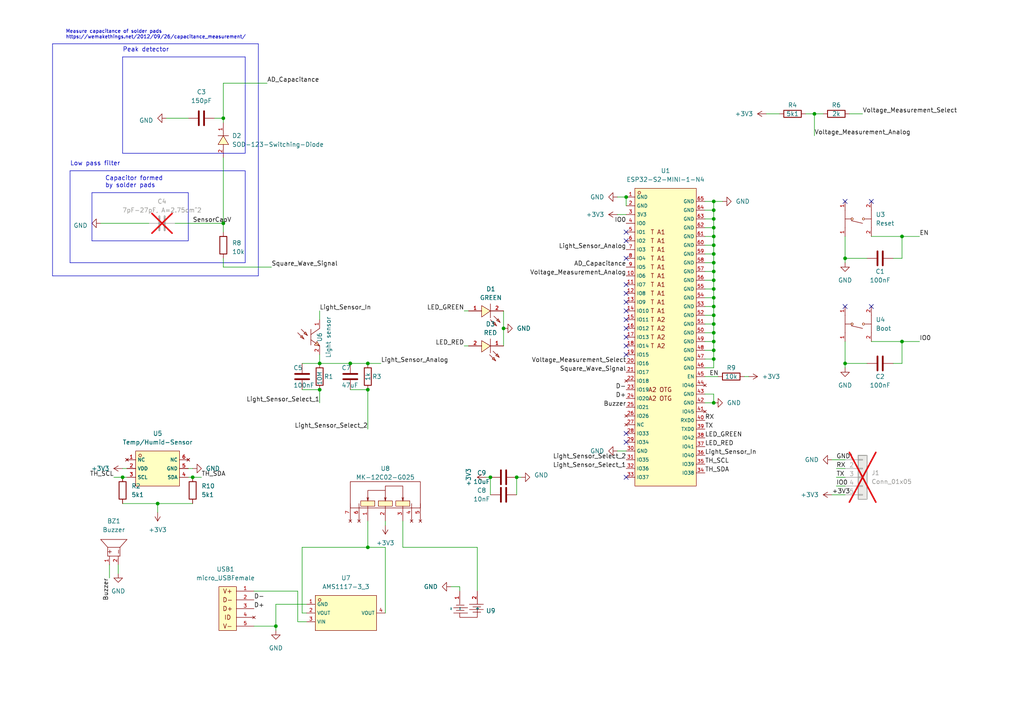
<source format=kicad_sch>
(kicad_sch (version 20230121) (generator eeschema)
  (paper "A4")
  (title_block (title "ES-Plant") (date "2023-05-12") (rev "1.0"))
  (lib_symbols
    (symbol "Connector_Generic:Conn_01x05" (pin_names (offset 1.016) hide)
      (property "Reference" "J1" (at 2.54 1.27 0))
      (property "Value" "Conn_01x05" (at 2.54 -1.27 0))
      (symbol "Conn_01x05_1_1"
        (rectangle (start -1.27 -4.953) (end 0 -5.207) (stroke (width 0.1524)))
        (rectangle (start -1.27 -2.413) (end 0 -2.667) (stroke (width 0.1524)))
        (rectangle (start -1.27 0.127) (end 0 -0.127) (stroke (width 0.1524)))
        (rectangle (start -1.27 2.667) (end 0 2.413) (stroke (width 0.1524)))
        (rectangle (start -1.27 5.207) (end 0 4.953) (stroke (width 0.1524)))
        (rectangle (start -1.27 6.35) (end 1.27 -6.35) (stroke (width 0.254)) (fill (type background)))
        (pin power_in line (at -5.08 5.08 0) (length 3.81) (name "Pin_1") (number "1"))
        (pin passive line (at -5.08 2.54 0) (length 3.81) (name "Pin_2") (number "2"))
        (pin passive line (at -5.08 0 0) (length 3.81) (name "Pin_3") (number "3"))
        (pin passive line (at -5.08 -2.54 0) (length 3.81) (name "Pin_4") (number "4"))
        (pin power_in line (at -5.08 -5.08 0) (length 3.81) (name "Pin_5") (number "5"))
      )
    )
    (symbol "Custom_Parts:AAA_Battery-Spring"
      (property "Reference" "U9" (at 0.635 7.62 90))
      (property "Value" "~" (at 0 -2.54 0))
      (symbol "AAA_Battery-Spring_0_1"
        (polyline (pts (xy -1.27 2.794) (xy -1.27 6.858)))
        (polyline (pts (xy -1.016 1.27) (xy -1.016 -1.016)))
        (polyline (pts (xy -0.508 3.81) (xy -0.508 6.096)))
        (polyline (pts (xy -0.254 2.286) (xy -0.254 -1.778)))
        (polyline (pts (xy 0.254 2.794) (xy 0.254 6.858)))
        (polyline (pts (xy 0.508 1.27) (xy 0.508 -1.016)))
        (polyline (pts (xy 1.016 3.81) (xy 1.016 6.096)))
        (polyline (pts (xy 1.27 2.286) (xy 1.27 -1.778)))
        (polyline (pts (xy 1.27 0) (xy 2.54 0) (xy 2.54 5.08) (xy 0 5.08)))
      )
      (symbol "AAA_Battery-Spring_1_1"
        (pin power_in line (at -5.08 0 0) (length 3.81) (name "-") (number "1"))
        (pin power_out line (at -5.08 5.08 0) (length 3.81) (name "+") (number "2"))
      )
    )
    (symbol "Custom_Parts:AHT21"
      (property "Reference" "U" (at 0 1.27 0))
      (property "Value" "AHT21" (at 0 -2.54 0))
      (symbol "AHT21_0_1"
        (rectangle (start -6.35 5.08) (end 6.35 -5.08) (fill (type background)))
        (circle (center -5.08 3.81) (radius 0.381) (fill (type background)))
      )
      (symbol "AHT21_1_1"
        (pin no_connect line (at -8.89 2.54 0) (length 2.54) (name "NC") (number "1"))
        (pin power_in line (at -8.89 0 0) (length 2.54) (name "VDD") (number "2"))
        (pin bidirectional line (at -8.89 -2.54 0) (length 2.54) (name "SCL") (number "3"))
        (pin bidirectional line (at 8.89 -2.54 180) (length 2.54) (name "SDA") (number "4"))
        (pin power_in line (at 8.89 0 180) (length 2.54) (name "GND") (number "5"))
        (pin no_connect line (at 8.89 2.54 180) (length 2.54) (name "NC") (number "6"))
      )
    )
    (symbol "Custom_Parts:ALS-PT19-315C_L177_TR8" (pin_names hide)
      (property "Reference" "U" (at 1.27 0 0))
      (property "Value" "ALS-PT19-315C_L177_TR8" (at 0 10.16 0))
      (symbol "ALS-PT19-315C_L177_TR8_0_1"
        (polyline (pts (xy -5.08 1.27) (xy -3.302 -0.508)))
        (polyline (pts (xy -4.064 2.286) (xy -2.286 0.508)))
        (polyline (pts (xy -1.27 -0.762) (xy 1.27 -2.54)))
        (polyline (pts (xy -1.27 2.286) (xy -1.27 -2.286)))
        (polyline (pts (xy 1.27 2.54) (xy -1.27 0.762)))
        (polyline (pts (xy -3.302 -0.508) (xy -3.81 0.508) (xy -4.318 0) (xy -3.302 -0.508)) (fill (type background)))
        (polyline (pts (xy -2.286 0.508) (xy -2.794 1.524) (xy -3.302 1.016) (xy -2.286 0.508)) (fill (type background)))
        (polyline (pts (xy 1.27 -2.54) (xy 0.508 -1.27) (xy -0.254 -2.286) (xy 1.27 -2.54)) (fill (type background)))
      )
      (symbol "ALS-PT19-315C_L177_TR8_1_1"
        (pin passive line (at 1.27 5.08 270) (length 2.54) (name "C") (number "1"))
        (pin passive line (at 1.27 -5.08 90) (length 2.54) (name "E") (number "2"))
      )
    )
    (symbol "Custom_Parts:AMS1117-3_3"
      (property "Reference" "U" (at 0 1.27 0))
      (property "Value" "AMS1117-3_3" (at 1.27 -8.89 0))
      (symbol "AMS1117-3_3_0_1"
        (rectangle (start -8.89 5.08) (end 8.89 -5.08) (fill (type background)))
        (circle (center -7.62 3.81) (radius 0.381) (fill (type background)))
      )
      (symbol "AMS1117-3_3_1_1"
        (pin power_in line (at -11.43 2.54 0) (length 2.54) (name "GND") (number "1"))
        (pin power_out line (at -11.43 0 0) (length 2.54) (name "VOUT") (number "2"))
        (pin power_in line (at -11.43 -2.54 0) (length 2.54) (name "VIN") (number "3"))
        (pin power_out line (at 11.43 0 180) (length 2.54) (name "VOUT") (number "4"))
      )
    )
    (symbol "Custom_Parts:ESP32-S2-MINI-1-N4"
      (property "Reference" "U1" (at 0 48.26 0))
      (property "Value" "ESP32-S2-MINI-1-N4" (at 0 45.72 0))
      (symbol "ESP32-S2-MINI-1-N4_0_1"
        (rectangle (start -8.89 43.1801) (end 8.89 -43.1801) (fill (type background)))
        (circle (center -7.62 41.9102) (radius 0.381) (fill (type background)))
        (pin power_in line (at -11.43 40.64 0) (length 2.54) (name "GND") (number "1"))
        (pin unspecified line (at -11.43 12.7 0) (length 2.54) (name "IO8") (number "12"))
        (pin unspecified line (at -11.43 2.54 0) (length 2.54) (name "IO12") (number "16"))
        (pin unspecified line (at -11.43 0 0) (length 2.54) (name "IO13") (number "17"))
        (pin unspecified line (at -11.43 -2.54 0) (length 2.54) (name "IO14") (number "18"))
        (pin unspecified line (at -11.43 -5.08 0) (length 2.54) (name "IO15") (number "19"))
        (pin power_in line (at -11.43 38.1 0) (length 2.54) (name "GND") (number "2"))
        (pin no_connect line (at -11.43 -25.4 0) (length 2.54) (name "NC") (number "27"))
        (pin power_in line (at -11.43 35.56 0) (length 2.54) (name "3V3") (number "3"))
        (pin power_in line (at -11.43 -33.02 0) (length 2.54) (name "GND") (number "30"))
        (pin power_in line (at 11.43 -19.05 180) (length 2.54) (name "GND") (number "42"))
        (pin power_in line (at 11.43 -16.51 180) (length 2.54) (name "GND") (number "43"))
        (pin input line (at 11.43 -11.43 180) (length 2.54) (name "EN") (number "45"))
        (pin power_in line (at 11.43 -8.89 180) (length 2.54) (name "GND") (number "46"))
        (pin power_in line (at 11.43 -6.35 180) (length 2.54) (name "GND") (number "47"))
        (pin power_in line (at 11.43 -3.81 180) (length 2.54) (name "GND") (number "48"))
        (pin power_in line (at 11.43 -1.27 180) (length 2.54) (name "GND") (number "49"))
        (pin unspecified line (at -11.43 30.48 0) (length 2.54) (name "IO1") (number "5"))
        (pin power_in line (at 11.43 1.27 180) (length 2.54) (name "GND") (number "50"))
        (pin power_in line (at 11.43 3.81 180) (length 2.54) (name "GND") (number "51"))
        (pin power_in line (at 11.43 6.35 180) (length 2.54) (name "GND") (number "52"))
        (pin power_in line (at 11.43 8.89 180) (length 2.54) (name "GND") (number "53"))
        (pin power_in line (at 11.43 11.43 180) (length 2.54) (name "GND") (number "54"))
        (pin power_in line (at 11.43 13.97 180) (length 2.54) (name "GND") (number "55"))
        (pin power_in line (at 11.43 16.51 180) (length 2.54) (name "GND") (number "56"))
        (pin power_in line (at 11.43 19.05 180) (length 2.54) (name "GND") (number "57"))
        (pin power_in line (at 11.43 21.59 180) (length 2.54) (name "GND") (number "58"))
        (pin power_in line (at 11.43 24.13 180) (length 2.54) (name "GND") (number "59"))
        (pin power_in line (at 11.43 26.67 180) (length 2.54) (name "GND") (number "60"))
        (pin power_in line (at 11.43 29.21 180) (length 2.54) (name "GND") (number "61"))
        (pin power_in line (at 11.43 31.75 180) (length 2.54) (name "GND") (number "62"))
        (pin power_in line (at 11.43 34.29 180) (length 2.54) (name "GND") (number "63"))
        (pin power_in line (at 11.43 36.83 180) (length 2.54) (name "GND") (number "64"))
        (pin power_in line (at 11.43 39.37 180) (length 2.54) (name "GND") (number "65"))
      )
      (symbol "ESP32-S2-MINI-1-N4_1_1"
        (text "A1" (at -1.27 7.62 0) (effects (font (size 1.27 1.27))))
        (text "A1" (at -1.27 10.16 0) (effects (font (size 1.27 1.27))))
        (text "A1" (at -1.27 12.7 0) (effects (font (size 1.27 1.27))))
        (text "A1" (at -1.27 15.24 0) (effects (font (size 1.27 1.27))))
        (text "A1" (at -1.27 17.78 0) (effects (font (size 1.27 1.27))))
        (text "A1" (at -1.27 20.32 0) (effects (font (size 1.27 1.27))))
        (text "A1" (at -1.27 22.86 0) (effects (font (size 1.27 1.27))))
        (text "A1" (at -1.27 25.4 0) (effects (font (size 1.27 1.27))))
        (text "A1" (at -1.27 27.94 0) (effects (font (size 1.27 1.27))))
        (text "A1" (at -1.27 30.48 0) (effects (font (size 1.27 1.27))))
        (text "A2" (at -3.81 -17.78 0) (effects (font (size 1.27 1.27))))
        (text "A2" (at -3.81 -15.24 0) (effects (font (size 1.27 1.27))))
        (text "A2" (at -1.27 -2.54 0) (effects (font (size 1.27 1.27))))
        (text "A2" (at -1.27 0 0) (effects (font (size 1.27 1.27))))
        (text "A2" (at -1.27 2.54 0) (effects (font (size 1.27 1.27))))
        (text "A2" (at -1.27 5.08 0) (effects (font (size 1.27 1.27))))
        (text "OTG" (at 0 -17.78 0) (effects (font (size 1.27 1.27))))
        (text "OTG" (at 0 -15.24 0) (effects (font (size 1.27 1.27))))
        (text "T" (at -3.81 -2.54 0) (effects (font (size 1.27 1.27))))
        (text "T" (at -3.81 0 0) (effects (font (size 1.27 1.27))))
        (text "T" (at -3.81 2.54 0) (effects (font (size 1.27 1.27))))
        (text "T" (at -3.81 5.08 0) (effects (font (size 1.27 1.27))))
        (text "T" (at -3.81 7.62 0) (effects (font (size 1.27 1.27))))
        (text "T" (at -3.81 10.16 0) (effects (font (size 1.27 1.27))))
        (text "T" (at -3.81 12.7 0) (effects (font (size 1.27 1.27))))
        (text "T" (at -3.81 15.24 0) (effects (font (size 1.27 1.27))))
        (text "T" (at -3.81 17.78 0) (effects (font (size 1.27 1.27))))
        (text "T" (at -3.81 20.32 0) (effects (font (size 1.27 1.27))))
        (text "T" (at -3.81 22.86 0) (effects (font (size 1.27 1.27))))
        (text "T" (at -3.81 25.4 0) (effects (font (size 1.27 1.27))))
        (text "T" (at -3.81 27.94 0) (effects (font (size 1.27 1.27))))
        (text "T" (at -3.81 30.48 0) (effects (font (size 1.27 1.27))))
        (pin input line (at -11.43 17.78 0) (length 2.54) (name "IO6") (number "10"))
        (pin unspecified line (at -11.43 15.24 0) (length 2.54) (name "IO7") (number "11"))
        (pin unspecified line (at -11.43 10.16 0) (length 2.54) (name "IO9") (number "13"))
        (pin unspecified line (at -11.43 7.62 0) (length 2.54) (name "IO10") (number "14"))
        (pin unspecified line (at -11.43 5.08 0) (length 2.54) (name "IO11") (number "15"))
        (pin output line (at -11.43 -7.62 0) (length 2.54) (name "IO16") (number "20"))
        (pin output line (at -11.43 -10.16 0) (length 2.54) (name "IO17") (number "21"))
        (pin no_connect line (at -11.43 -12.7 0) (length 2.54) (name "IO18") (number "22"))
        (pin bidirectional line (at -11.43 -15.24 0) (length 2.54) (name "IO19") (number "23"))
        (pin bidirectional line (at -11.43 -17.78 0) (length 2.54) (name "IO20") (number "24"))
        (pin output line (at -11.43 -20.32 0) (length 2.54) (name "IO21") (number "25"))
        (pin no_connect line (at -11.43 -22.86 0) (length 2.54) (name "IO26") (number "26"))
        (pin unspecified line (at -11.43 -27.94 0) (length 2.54) (name "IO33") (number "28"))
        (pin unspecified line (at -11.43 -30.48 0) (length 2.54) (name "IO34") (number "29"))
        (pin output line (at -11.43 -35.56 0) (length 2.54) (name "IO35") (number "31"))
        (pin output line (at -11.43 -38.1 0) (length 2.54) (name "IO36") (number "32"))
        (pin unspecified line (at -11.43 -40.64 0) (length 2.54) (name "IO37") (number "33"))
        (pin output line (at 11.43 -39.37 180) (length 2.54) (name "IO38") (number "34"))
        (pin output line (at 11.43 -36.83 180) (length 2.54) (name "IO39") (number "35"))
        (pin output line (at 11.43 -34.29 180) (length 2.54) (name "IO40") (number "36"))
        (pin bidirectional line (at 11.43 -31.75 180) (length 2.54) (name "IO41") (number "37"))
        (pin bidirectional line (at 11.43 -29.21 180) (length 2.54) (name "IO42") (number "38"))
        (pin output line (at 11.43 -26.67 180) (length 2.54) (name "TXD0") (number "39"))
        (pin input line (at -11.43 33.02 0) (length 2.54) (name "IO0") (number "4"))
        (pin input line (at 11.43 -24.13 180) (length 2.54) (name "RXD0") (number "40"))
        (pin no_connect line (at 11.43 -21.59 180) (length 2.54) (name "IO45") (number "41"))
        (pin no_connect line (at 11.43 -13.97 180) (length 2.54) (name "IO46") (number "44"))
        (pin unspecified line (at -11.43 27.94 0) (length 2.54) (name "IO2") (number "6"))
        (pin input line (at -11.43 25.4 0) (length 2.54) (name "IO3") (number "7"))
        (pin unspecified line (at -11.43 22.86 0) (length 2.54) (name "IO4") (number "8"))
        (pin input line (at -11.43 20.32 0) (length 2.54) (name "IO5") (number "9"))
      )
    )
    (symbol "Custom_Parts:Green-0805-LED" (pin_names hide)
      (property "Reference" "D1" (at -1.397 -6.35 0))
      (property "Value" "GREEN" (at -1.397 -3.81 0))
      (symbol "Green-0805-LED_0_1"
        (polyline (pts (xy -2.286 1.524) (xy -4.064 3.302)))
        (polyline (pts (xy -1.27 2.032) (xy -1.27 -2.032)))
        (polyline (pts (xy -1.27 2.54) (xy -3.048 4.318)))
        (polyline (pts (xy -4.064 3.302) (xy -3.048 2.794) (xy -3.556 2.286) (xy -4.064 3.302)) (fill (type background)))
        (polyline (pts (xy -3.048 4.318) (xy -2.032 3.81) (xy -2.54 3.302) (xy -3.048 4.318)) (fill (type background)))
        (polyline (pts (xy 1.27 -1.524) (xy -1.27 0) (xy 1.27 1.778) (xy 1.27 -1.524)) (fill (type background)))
      )
      (symbol "Green-0805-LED_1_1"
        (pin passive line (at 5.08 0 180) (length 3.81) (name "A") (number "1"))
        (pin passive line (at -5.08 0 0) (length 3.81) (name "K") (number "2"))
      )
    )
    (symbol "Custom_Parts:MK-12C02-G025" (pin_names hide)
      (property "Reference" "U8" (at 0 10.16 0))
      (property "Value" "MK-12C02-G025" (at 0 7.62 0))
      (symbol "MK-12C02-G025_0_1"
        (rectangle (start -10.16 6.35) (end 10.16 -1.27))
        (rectangle (start -7.112 0.762) (end -3.048 -0.762) (fill (type background)))
        (rectangle (start -2.032 0.762) (end 2.032 -0.762) (fill (type background)))
        (polyline (pts (xy -5.08 0.762) (xy -5.334 1.778)))
        (polyline (pts (xy 0 0.762) (xy -0.254 1.778)))
        (polyline (pts (xy 5.08 0.762) (xy 4.826 1.778)))
        (polyline (pts (xy 5.08 0.762) (xy 5.334 1.778)))
        (polyline (pts (xy 0 3.81) (xy -5.08 3.81) (xy -5.08 0.762) (xy -4.826 1.778)))
        (polyline (pts (xy 5.08 0.762) (xy 5.08 5.08) (xy 0 5.08) (xy 0 0.762) (xy 0.254 1.778)))
        (rectangle (start 3.048 0.762) (end 7.112 -0.762) (fill (type background)))
      )
      (symbol "MK-12C02-G025_1_1"
        (pin power_in line (at -5.08 -5.08 90) (length 4.318) (name "1") (number "1"))
        (pin power_out line (at 0 -5.08 90) (length 4.318) (name "2") (number "2"))
        (pin power_in line (at 5.08 -5.08 90) (length 4.318) (name "3") (number "3"))
        (pin no_connect line (at 7.62 -5.08 90) (length 5.08) (name "4") (number "4"))
        (pin no_connect line (at 10.16 -5.08 90) (length 5.08) (name "5") (number "5"))
        (pin no_connect line (at -7.62 -5.08 90) (length 5.08) (name "6") (number "6"))
        (pin no_connect line (at -10.16 -5.08 90) (length 5.08) (name "7") (number "7"))
      )
    )
    (symbol "Custom_Parts:MLT-8530" (pin_names hide)
      (property "Reference" "B" (at 0 1.27 0))
      (property "Value" "MLT-8530" (at 0 -2.54 0))
      (symbol "MLT-8530_0_1"
        (polyline (pts (xy -1.27 -1.778) (xy 1.27 -1.778)))
        (polyline (pts (xy -1.27 1.778) (xy -1.27 -1.778)))
        (polyline (pts (xy -1.27 1.778) (xy 1.27 1.778)))
        (polyline (pts (xy 1.27 -1.778) (xy 3.556 -3.81)))
        (polyline (pts (xy 1.27 1.778) (xy 1.27 -1.778)))
        (polyline (pts (xy 3.556 3.81) (xy 1.27 1.778)))
        (polyline (pts (xy 3.556 3.81) (xy 3.556 -3.81)))
      )
      (symbol "MLT-8530_1_1"
        (text "+" (at 0 1.27 0) (effects (font (size 1.27 1.27))))
        (text "-" (at 0 -1.27 0) (effects (font (size 1.27 1.27))))
        (pin input line (at -3.81 1.27 0) (length 2.54) (name "+") (number "1"))
        (pin power_in line (at -3.81 -1.27 0) (length 2.54) (name "2") (number "2"))
      )
    )
    (symbol "Custom_Parts:Red-0805-LED" (pin_names hide)
      (property "Reference" "D3" (at -1.27 -6.35 0))
      (property "Value" "RED" (at -1.27 -3.81 0))
      (symbol "Red-0805-LED_0_1"
        (polyline (pts (xy -2.032 1.524) (xy -3.81 3.302)))
        (polyline (pts (xy -1.27 2.032) (xy -1.27 -2.032)))
        (polyline (pts (xy -1.016 2.54) (xy -2.794 4.318)))
        (polyline (pts (xy -3.81 3.302) (xy -2.794 2.794) (xy -3.302 2.286) (xy -3.81 3.302)) (fill (type background)))
        (polyline (pts (xy -2.794 4.318) (xy -1.778 3.81) (xy -2.286 3.302) (xy -2.794 4.318)) (fill (type background)))
        (polyline (pts (xy 1.27 -1.524) (xy -1.27 0) (xy 1.27 1.778) (xy 1.27 -1.524)) (fill (type background)))
      )
      (symbol "Red-0805-LED_1_1"
        (pin passive line (at -5.08 0 0) (length 3.81) (name "-") (number "1"))
        (pin passive line (at 5.08 0 180) (length 3.81) (name "+") (number "2"))
      )
    )
    (symbol "Custom_Parts:SOD-123-Switching-Diode" (pin_names hide)
      (property "Reference" "U" (at 0 1.27 0))
      (property "Value" "SOD-123-Switching-Diode" (at 0 -2.54 0))
      (symbol "SOD-123-Switching-Diode_0_1"
        (polyline (pts (xy -1.27 -1.524) (xy -1.27 1.524)))
        (polyline (pts (xy 1.27 1.524) (xy -1.27 0) (xy 1.27 -1.524) (xy 1.27 1.524)) (fill (type background)))
        (pin unspecified line (at -5.08 0 0) (length 3.81) (name "K") (number "1"))
        (pin unspecified line (at 5.08 0 180) (length 3.81) (name "A") (number "2"))
      )
    )
    (symbol "Custom_Parts:TS-1187A-B-A-B" (pin_names hide)
      (property "Reference" "U" (at -5.08 1.27 0))
      (property "Value" "TS-1187A-B-A-B" (at 0 5.08 0))
      (symbol "TS-1187A-B-A-B_0_1"
        (circle (center 0 -2.794) (radius 0.3175) (fill (type background)))
        (polyline (pts (xy -2.54 -5.08) (xy 2.54 -5.08)))
        (polyline (pts (xy -2.54 2.54) (xy 2.54 2.54)))
        (polyline (pts (xy -0.508 0.762) (xy -1.27 -2.54)))
        (polyline (pts (xy 0 -3.302) (xy 0 -5.08)))
        (polyline (pts (xy 0 0.762) (xy 0 2.54)))
        (circle (center 0 0.508) (radius 0.3175) (fill (type background)))
      )
      (symbol "TS-1187A-B-A-B_1_1"
        (pin passive line (at -5.08 2.54 0) (length 2.54) (name "A") (number "1"))
        (pin passive line (at 5.08 2.54 180) (length 2.54) (name "B") (number "1"))
        (pin passive line (at -5.08 -5.08 0) (length 2.54) (name "C") (number "2"))
        (pin passive line (at 5.08 -5.08 180) (length 2.54) (name "D") (number "2"))
      )
    )
    (symbol "Custom_Parts:micro_USBFemale" (pin_names hide)
      (property "Reference" "USB" (at -3.81 1.27 0))
      (property "Value" "micro_USBFemale" (at -1.27 -6.35 0))
      (symbol "micro_USBFemale_0_1"
        (rectangle (start -1.27 6.35) (end 3.81 -6.35) (fill (type background)))
      )
      (symbol "micro_USBFemale_1_1"
        (text "D+" (at 1.27 0 0) (effects (font (size 1.27 1.27))))
        (text "D-" (at 1.27 2.54 0) (effects (font (size 1.27 1.27))))
        (text "ID" (at 1.27 -2.54 0) (effects (font (size 1.27 1.27))))
        (text "V+" (at 1.27 5.08 0) (effects (font (size 1.27 1.27))))
        (text "V-" (at 1.27 -5.08 0) (effects (font (size 1.27 1.27))))
        (pin power_out line (at 8.89 5.08 180) (length 5.08) (name "V+") (number "1"))
        (pin bidirectional line (at 8.89 2.54 180) (length 5.08) (name "D-") (number "2"))
        (pin bidirectional line (at 8.89 0 180) (length 5.08) (name "D+") (number "3"))
        (pin no_connect line (at 8.89 -2.54 180) (length 5.08) (name "ID") (number "4"))
        (pin power_out line (at 8.89 -5.08 180) (length 5.08) (name "V-") (number "5"))
      )
    )
    (symbol "Device:C" (pin_numbers hide) (pin_names (offset 0.254))
      (property "Reference" "C" (at 0.635 2.54 0))
      (property "Value" "C" (at 0.635 -2.54 0))
      (symbol "C_0_1"
        (polyline (pts (xy -2.032 -0.762) (xy 2.032 -0.762)) (stroke (width 0.508)))
        (polyline (pts (xy -2.032 0.762) (xy 2.032 0.762)) (stroke (width 0.508)))
      )
      (symbol "C_1_1"
        (pin passive line (at 0 3.81 270) (length 2.794) (name "~") (number "1"))
        (pin passive line (at 0 -3.81 90) (length 2.794) (name "~") (number "2"))
      )
    )
    (symbol "Device:R" (pin_numbers hide) (pin_names (offset 0))
      (property "Reference" "R" (at 2.032 0 90))
      (property "Value" "R" (at 0 0 90))
      (symbol "R_0_1"
        (rectangle (start -1.016 -2.54) (end 1.016 2.54) (stroke (width 0.254)))
      )
      (symbol "R_1_1"
        (pin passive line (at 0 3.81 270) (length 1.27) (name "~") (number "1"))
        (pin passive line (at 0 -3.81 90) (length 1.27) (name "~") (number "2"))
      )
    )
    (symbol "power:+3V3" (power) (pin_names (offset 0))
      (property "Value" "+3V3" (at 0 3.556 0))
      (symbol "+3V3_0_1"
        (polyline (pts (xy -0.762 1.27) (xy 0 2.54)))
        (polyline (pts (xy 0 0) (xy 0 2.54)))
        (polyline (pts (xy 0 2.54) (xy 0.762 1.27)))
      )
      (symbol "+3V3_1_1"
        (pin power_in line (at 0 0 90) (length 0) hide (name "+3V3") (number "1"))
      )
    )
    (symbol "power:GND" (power) (pin_names (offset 0))
      (property "Value" "GND" (at 0 -3.81 0))
      (symbol "GND_0_1"
        (polyline (pts (xy 0 0) (xy 0 -1.27) (xy 1.27 -1.27) (xy 0 -2.54) (xy -1.27 -1.27) (xy 0 -1.27)))
      )
      (symbol "GND_1_1"
        (pin power_in line (at 0 0 270) (length 0) hide (name "GND") (number "1"))
      )
    )
  )
  (junction (at 261.62 68.58))
  (junction (at 236.22 33.02))
  (junction (at 146.05 95.25))
  (junction (at 207.01 66.04))
  (junction (at 207.01 71.12))
  (junction (at 45.72 146.05))
  (junction (at 207.01 76.2))
  (junction (at 207.01 91.44))
  (junction (at 149.86 138.43))
  (junction (at 106.68 113.03))
  (junction (at 207.01 96.52))
  (junction (at 106.68 158.75))
  (junction (at 55.88 138.43))
  (junction (at 207.01 73.66))
  (junction (at 207.01 81.28))
  (junction (at 207.01 104.14))
  (junction (at 207.01 63.5))
  (junction (at 207.01 93.98))
  (junction (at 101.6 105.41))
  (junction (at 207.01 68.58))
  (junction (at 207.01 78.74))
  (junction (at 207.01 99.06))
  (junction (at 80.01 181.61))
  (junction (at 207.01 88.9))
  (junction (at 207.01 116.84))
  (junction (at 245.11 74.93))
  (junction (at 142.24 138.43))
  (junction (at 92.71 105.41))
  (junction (at 207.01 83.82))
  (junction (at 35.56 138.43))
  (junction (at 64.77 64.77))
  (junction (at 261.62 99.06))
  (junction (at 207.01 58.42))
  (junction (at 207.01 101.6))
  (junction (at 64.77 34.29))
  (junction (at 207.01 86.36))
  (junction (at 92.71 113.03))
  (junction (at 245.11 105.41))
  (junction (at 207.01 60.96))
  (junction (at 181.61 57.15))
  (junction (at 106.68 105.41))
  (no_connect (at 181.61 90.17))
  (no_connect (at 181.61 97.79))
  (no_connect (at 181.61 87.63))
  (no_connect (at 181.61 69.85))
  (no_connect (at 252.73 88.9))
  (no_connect (at 181.61 138.43))
  (no_connect (at 245.11 58.42))
  (no_connect (at 181.61 128.27))
  (no_connect (at 245.11 88.9))
  (no_connect (at 181.61 67.31))
  (no_connect (at 181.61 102.87))
  (no_connect (at 181.61 95.25))
  (no_connect (at 252.73 58.42))
  (no_connect (at 181.61 82.55))
  (no_connect (at 181.61 85.09))
  (no_connect (at 181.61 92.71))
  (no_connect (at 181.61 125.73))
  (no_connect (at 181.61 100.33))
  (no_connect (at 181.61 74.93))
  (wire (pts (xy 207.01 83.82) (xy 204.47 83.82)))
  (wire (pts (xy 92.71 102.87) (xy 92.71 105.41)))
  (wire (pts (xy 134.62 90.17) (xy 135.89 90.17)))
  (polyline (pts (xy 20.32 76.2) (xy 71.12 76.2)))
  (polyline (pts (xy 26.67 55.88) (xy 26.67 69.85)))
  (wire (pts (xy 207.01 76.2) (xy 204.47 76.2)))
  (wire (pts (xy 261.62 99.06) (xy 261.62 105.41)))
  (wire (pts (xy 217.17 109.22) (xy 215.9 109.22)))
  (wire (pts (xy 261.62 99.06) (xy 266.7 99.06)))
  (wire (pts (xy 259.08 105.41) (xy 261.62 105.41)))
  (wire (pts (xy 106.68 151.13) (xy 106.68 158.75)))
  (wire (pts (xy 207.01 96.52) (xy 207.01 99.06)))
  (polyline (pts (xy 54.61 69.85) (xy 54.61 55.88)))
  (wire (pts (xy 259.08 74.93) (xy 261.62 74.93)))
  (wire (pts (xy 207.01 73.66) (xy 207.01 76.2)))
  (wire (pts (xy 207.01 99.06) (xy 204.47 99.06)))
  (wire (pts (xy 207.01 78.74) (xy 207.01 81.28)))
  (wire (pts (xy 207.01 93.98) (xy 204.47 93.98)))
  (wire (pts (xy 233.68 33.02) (xy 236.22 33.02)))
  (wire (pts (xy 92.71 113.03) (xy 92.71 116.84)))
  (wire (pts (xy 204.47 109.22) (xy 208.28 109.22)))
  (wire (pts (xy 179.07 130.81) (xy 181.61 130.81)))
  (wire (pts (xy 222.25 33.02) (xy 226.06 33.02)))
  (wire (pts (xy 45.72 146.05) (xy 55.88 146.05)))
  (wire (pts (xy 134.62 100.33) (xy 135.89 100.33)))
  (wire (pts (xy 86.36 180.34) (xy 88.9 180.34)))
  (polyline (pts (xy 15.24 12.7) (xy 74.93 12.7)))
  (wire (pts (xy 87.63 158.75) (xy 106.68 158.75)))
  (wire (pts (xy 48.26 34.29) (xy 54.61 34.29)))
  (wire (pts (xy 35.56 138.43) (xy 36.83 138.43)))
  (wire (pts (xy 55.88 138.43) (xy 54.61 138.43)))
  (wire (pts (xy 64.77 74.93) (xy 64.77 77.47)))
  (wire (pts (xy 242.57 135.89) (xy 245.11 135.89)))
  (wire (pts (xy 138.43 158.75) (xy 138.43 171.45)))
  (wire (pts (xy 111.76 177.8) (xy 111.76 158.75)))
  (wire (pts (xy 207.01 68.58) (xy 207.01 71.12)))
  (wire (pts (xy 101.6 113.03) (xy 106.68 113.03)))
  (wire (pts (xy 50.8 64.77) (xy 64.77 64.77)))
  (wire (pts (xy 116.84 158.75) (xy 116.84 151.13)))
  (wire (pts (xy 35.56 135.89) (xy 36.83 135.89)))
  (wire (pts (xy 242.57 140.97) (xy 245.11 140.97)))
  (wire (pts (xy 207.01 83.82) (xy 207.01 86.36)))
  (wire (pts (xy 64.77 24.13) (xy 77.47 24.13)))
  (wire (pts (xy 261.62 68.58) (xy 266.7 68.58)))
  (wire (pts (xy 252.73 68.58) (xy 261.62 68.58)))
  (wire (pts (xy 101.6 105.41) (xy 106.68 105.41)))
  (wire (pts (xy 241.3 133.35) (xy 245.11 133.35)))
  (wire (pts (xy 149.86 138.43) (xy 149.86 143.51)))
  (wire (pts (xy 245.11 68.58) (xy 245.11 74.93)))
  (wire (pts (xy 207.01 78.74) (xy 204.47 78.74)))
  (wire (pts (xy 209.55 58.42) (xy 207.01 58.42)))
  (wire (pts (xy 207.01 66.04) (xy 207.01 68.58)))
  (wire (pts (xy 261.62 68.58) (xy 261.62 74.93)))
  (polyline (pts (xy 15.24 80.01) (xy 74.93 80.01)))
  (wire (pts (xy 207.01 73.66) (xy 204.47 73.66)))
  (wire (pts (xy 207.01 86.36) (xy 207.01 88.9)))
  (wire (pts (xy 207.01 88.9) (xy 204.47 88.9)))
  (wire (pts (xy 133.35 170.18) (xy 133.35 171.45)))
  (wire (pts (xy 179.07 62.23) (xy 181.61 62.23)))
  (wire (pts (xy 207.01 58.42) (xy 204.47 58.42)))
  (wire (pts (xy 87.63 113.03) (xy 92.71 113.03)))
  (wire (pts (xy 207.01 63.5) (xy 204.47 63.5)))
  (wire (pts (xy 245.11 99.06) (xy 245.11 105.41)))
  (wire (pts (xy 80.01 181.61) (xy 80.01 182.88)))
  (wire (pts (xy 207.01 60.96) (xy 204.47 60.96)))
  (wire (pts (xy 54.61 135.89) (xy 55.88 135.89)))
  (wire (pts (xy 106.68 113.03) (xy 106.68 124.46)))
  (wire (pts (xy 111.76 151.13) (xy 111.76 152.4)))
  (wire (pts (xy 207.01 114.3) (xy 207.01 116.84)))
  (wire (pts (xy 242.57 138.43) (xy 245.11 138.43)))
  (wire (pts (xy 207.01 76.2) (xy 207.01 78.74)))
  (wire (pts (xy 87.63 105.41) (xy 92.71 105.41)))
  (wire (pts (xy 31.75 163.83) (xy 31.75 167.64)))
  (wire (pts (xy 86.36 171.45) (xy 86.36 180.34)))
  (wire (pts (xy 207.01 71.12) (xy 207.01 73.66)))
  (wire (pts (xy 207.01 106.68) (xy 204.47 106.68)))
  (wire (pts (xy 106.68 105.41) (xy 110.49 105.41)))
  (wire (pts (xy 246.38 33.02) (xy 250.19 33.02)))
  (wire (pts (xy 207.01 68.58) (xy 204.47 68.58)))
  (wire (pts (xy 133.35 170.18) (xy 130.81 170.18)))
  (wire (pts (xy 73.66 181.61) (xy 80.01 181.61)))
  (wire (pts (xy 204.47 116.84) (xy 207.01 116.84)))
  (wire (pts (xy 146.05 95.25) (xy 146.05 100.33)))
  (wire (pts (xy 29.21 64.77) (xy 43.18 64.77)))
  (wire (pts (xy 88.9 177.8) (xy 87.63 177.8)))
  (wire (pts (xy 207.01 88.9) (xy 207.01 91.44)))
  (wire (pts (xy 236.22 33.02) (xy 236.22 39.37)))
  (wire (pts (xy 34.29 163.83) (xy 34.29 166.37)))
  (polyline (pts (xy 20.32 49.53) (xy 71.12 49.53)))
  (wire (pts (xy 92.71 105.41) (xy 101.6 105.41)))
  (wire (pts (xy 87.63 158.75) (xy 87.63 177.8)))
  (wire (pts (xy 151.13 138.43) (xy 149.86 138.43)))
  (wire (pts (xy 207.01 96.52) (xy 204.47 96.52)))
  (wire (pts (xy 207.01 86.36) (xy 204.47 86.36)))
  (wire (pts (xy 80.01 175.26) (xy 88.9 175.26)))
  (wire (pts (xy 207.01 99.06) (xy 207.01 101.6)))
  (wire (pts (xy 207.01 101.6) (xy 204.47 101.6)))
  (wire (pts (xy 241.3 143.51) (xy 245.11 143.51)))
  (wire (pts (xy 64.77 77.47) (xy 78.74 77.47)))
  (wire (pts (xy 106.68 158.75) (xy 111.76 158.75)))
  (wire (pts (xy 207.01 101.6) (xy 207.01 104.14)))
  (wire (pts (xy 207.01 104.14) (xy 207.01 106.68)))
  (wire (pts (xy 73.66 171.45) (xy 86.36 171.45)))
  (polyline (pts (xy 15.24 80.01) (xy 15.24 12.7)))
  (wire (pts (xy 179.07 57.15) (xy 181.61 57.15)))
  (wire (pts (xy 64.77 24.13) (xy 64.77 34.29)))
  (wire (pts (xy 207.01 104.14) (xy 204.47 104.14)))
  (wire (pts (xy 207.01 91.44) (xy 204.47 91.44)))
  (wire (pts (xy 33.02 138.43) (xy 35.56 138.43)))
  (polyline (pts (xy 26.67 55.88) (xy 54.61 55.88)))
  (wire (pts (xy 45.72 146.05) (xy 45.72 148.59)))
  (polyline (pts (xy 20.32 49.53) (xy 20.32 76.2)))
  (wire (pts (xy 207.01 81.28) (xy 204.47 81.28)))
  (wire (pts (xy 62.23 34.29) (xy 64.77 34.29)))
  (polyline (pts (xy 26.67 69.85) (xy 54.61 69.85)))
  (polyline (pts (xy 35.56 44.45) (xy 71.12 44.45)))
  (polyline (pts (xy 35.56 16.51) (xy 35.56 44.45)))
  (wire (pts (xy 64.77 67.31) (xy 64.77 64.77)))
  (wire (pts (xy 80.01 175.26) (xy 80.01 181.61)))
  (wire (pts (xy 207.01 71.12) (xy 204.47 71.12)))
  (wire (pts (xy 64.77 34.29) (xy 64.77 35.56)))
  (wire (pts (xy 207.01 93.98) (xy 207.01 96.52)))
  (wire (pts (xy 146.05 90.17) (xy 146.05 95.25)))
  (wire (pts (xy 207.01 63.5) (xy 207.01 66.04)))
  (wire (pts (xy 92.71 90.17) (xy 92.71 92.71)))
  (wire (pts (xy 245.11 105.41) (xy 245.11 106.68)))
  (wire (pts (xy 245.11 105.41) (xy 251.46 105.41)))
  (wire (pts (xy 207.01 66.04) (xy 204.47 66.04)))
  (wire (pts (xy 64.77 45.72) (xy 64.77 64.77)))
  (wire (pts (xy 207.01 60.96) (xy 207.01 63.5)))
  (wire (pts (xy 236.22 33.02) (xy 238.76 33.02)))
  (wire (pts (xy 204.47 114.3) (xy 207.01 114.3)))
  (wire (pts (xy 207.01 91.44) (xy 207.01 93.98)))
  (wire (pts (xy 207.01 81.28) (xy 207.01 83.82)))
  (wire (pts (xy 181.61 57.15) (xy 181.61 59.69)))
  (polyline (pts (xy 71.12 16.51) (xy 35.56 16.51)))
  (wire (pts (xy 35.56 146.05) (xy 45.72 146.05)))
  (wire (pts (xy 138.43 158.75) (xy 116.84 158.75)))
  (polyline (pts (xy 71.12 76.2) (xy 71.12 49.53)))
  (wire (pts (xy 142.24 138.43) (xy 142.24 143.51)))
  (wire (pts (xy 245.11 74.93) (xy 251.46 74.93)))
  (polyline (pts (xy 71.12 16.51) (xy 71.12 44.45)))
  (wire (pts (xy 58.42 138.43) (xy 55.88 138.43)))
  (wire (pts (xy 207.01 58.42) (xy 207.01 60.96)))
  (polyline (pts (xy 74.93 12.7) (xy 74.93 80.01)))
  (wire (pts (xy 140.97 138.43) (xy 142.24 138.43)))
  (wire (pts (xy 252.73 99.06) (xy 261.62 99.06)))
  (wire (pts (xy 245.11 74.93) (xy 245.11 76.2)))
  (text "Capacitor formed\nby solder pads" (at 30.48 54.61 0) (effects (font (size 1.27 1.27)) (justify left bottom)))
  (text "Measure capacitance of solder pads\nhttps://wemakethings.net/2012/09/26/capacitance_measurement/" (at 19.05 11.43 0) (effects (font (size 1 1)) (justify left bottom)))
  (text "Peak detector" (at 35.56 15.24 0) (effects (font (size 1.27 1.27)) (justify left bottom)))
  (text "Low pass filter" (at 20.32 48.26 0) (effects (font (size 1.27 1.27)) (justify left bottom)))
  (label "LED_RED" (at 204.47 129.54 0))
  (label "TH_SCL" (at 33.02 138.43 180))
  (label "AD_Capacitance" (at 77.47 24.13 0))
  (label "LED_RED" (at 134.62 100.33 180))
  (label "IO0" (at 266.7 99.06 0))
  (label "RX" (at 204.47 121.92 0))
  (label "Light_Sensor_Select_2" (at 181.61 133.35 180))
  (label "D+" (at 73.66 176.53 0))
  (label "Buzzer" (at 181.61 118.11 180))
  (label "RX" (at 242.57 135.89 0))
  (label "D-" (at 181.61 113.03 180))
  (label "EN" (at 205.74 109.22 0))
  (label "Light_Sensor_In" (at 204.47 132.08 0))
  (label "Light_Sensor_Analog" (at 181.61 72.39 180))
  (label "+3V3" (at 241.3 143.51 0))
  (label "D-" (at 73.66 173.99 0))
  (label "TH_SCL" (at 204.47 134.62 0))
  (label "Square_Wave_Signal" (at 181.61 107.95 180))
  (label "Light_Sensor_In" (at 92.71 90.17 0))
  (label "LED_GREEN" (at 134.62 90.17 180))
  (label "SensorCapV" (at 55.88 64.77 0))
  (label "Voltage_Measurement_Select" (at 250.19 33.02 0))
  (label "Light_Sensor_Select_1" (at 181.61 135.89 180))
  (label "IO0" (at 181.61 64.77 180))
  (label "D+" (at 181.61 115.57 180))
  (label "TH_SDA" (at 58.42 138.43 0))
  (label "TH_SDA" (at 204.47 137.16 0))
  (label "Light_Sensor_Select_1" (at 92.71 116.84 180))
  (label "AD_Capacitance" (at 181.61 77.47 180))
  (label "LED_GREEN" (at 204.47 127 0))
  (label "IO0" (at 242.57 140.97 0))
  (label "Square_Wave_Signal" (at 78.74 77.47 0))
  (label "EN" (at 266.7 68.58 0))
  (label "Voltage_Measurement_Analog" (at 236.22 39.37 0))
  (label "Voltage_Measurement_Select" (at 181.61 105.41 180))
  (label "Light_Sensor_Select_2" (at 106.68 124.46 180))
  (label "Light_Sensor_Analog" (at 110.49 105.41 0))
  (label "TX" (at 242.57 138.43 0))
  (label "GND" (at 242.57 133.35 0))
  (label "TX" (at 204.47 124.46 0))
  (label "Buzzer" (at 31.75 167.64 270))
  (label "Voltage_Measurement_Analog" (at 181.61 80.01 180))
  (symbol (lib_id "Device:C") (at 101.6 109.22 0) (unit 1)
    (property "Reference" "C7" (at 99.06 106.68 0) (effects (justify left)))
    (property "Value" "47uF" (at 99.06 111.76 0) (effects (justify left)))
    (property "Footprint" "Capacitor_SMD:C_0805_2012Metric" (effects hide))
    (property "LCSC" "C16780" (effects hide))
    (property "MPN" "C16780" (effects hide))
  )
  (symbol (lib_id "power:GND") (at 55.88 135.89 90) (unit 1)
    (property "Reference" "#PWR016" (effects hide))
    (property "Value" "GND" (at 59.69 135.89 90) (effects (justify right)))
  )
  (symbol (lib_id "power:GND") (at 245.11 106.68 0) (unit 1)
    (property "Reference" "#PWR012" (effects hide))
    (property "Value" "GND" (at 245.11 111.76 0))
  )
  (symbol (lib_id "Device:C") (at 146.05 143.51 90) (unit 1)
    (property "Reference" "C8" (at 139.7 142.24 90))
    (property "Value" "10nF" (at 139.7 144.78 90))
    (property "Footprint" "Capacitor_SMD:C_0402_1005Metric" (effects hide))
    (property "LCSC" "C15195" (effects hide))
    (property "MPN" "C15195" (effects hide))
  )
  (symbol (lib_id "power:GND") (at 48.26 34.29 270) (unit 1)
    (property "Reference" "#PWR013" (effects hide))
    (property "Value" "GND" (at 44.45 34.925 90) (effects (justify right)))
  )
  (symbol (lib_id "power:GND") (at 146.05 95.25 90) (unit 1)
    (property "Reference" "#PWR022" (effects hide))
    (property "Value" "GND" (at 149.86 95.25 90) (effects (justify right)))
  )
  (symbol (lib_id "power:+3V3") (at 45.72 148.59 180) (unit 1)
    (property "Reference" "#PWR023" (effects hide))
    (property "Value" "+3V3" (at 45.72 153.67 0))
  )
  (symbol (lib_id "power:GND") (at 245.11 76.2 0) (unit 1)
    (property "Reference" "#PWR010" (effects hide))
    (property "Value" "GND" (at 245.11 81.28 0))
  )
  (symbol (lib_id "power:GND") (at 241.3 133.35 270) (unit 1)
    (property "Reference" "#PWR01" (effects hide))
    (property "Value" "GND" (at 237.49 133.35 90) (effects (justify right)))
  )
  (symbol (lib_id "Custom_Parts:Green-0805-LED") (at 140.97 90.17 180) (unit 1)
    (property "Reference" "D1" (at 142.367 83.82 0))
    (property "Value" "GREEN" (at 142.367 86.36 0))
    (property "Footprint" "CustomFootprints:LED0805-GREEN-RD" (effects hide))
    (property "Datasheet" "https://item.szlcsc.com/88042.html" (effects hide))
    (property "LCSC" "C2297" (effects hide))
    (property "MPN" "C2297" (effects hide))
  )
  (symbol (lib_id "Device:R") (at 92.71 109.22 0) (unit 1)
    (property "Reference" "R1" (at 93.98 109.22 0) (effects (justify left)))
    (property "Value" "10M" (at 92.71 111.76 90) (effects (justify left)))
    (property "Footprint" "Resistor_SMD:R_0402_1005Metric" (effects hide))
    (property "LCSC" "C26082" (effects hide))
    (property "MPN" "C26082" (effects hide))
  )
  (symbol (lib_id "power:+3V3") (at 35.56 135.89 90) (unit 1)
    (property "Reference" "#PWR015" (effects hide))
    (property "Value" "+3V3" (at 31.75 135.89 90) (effects (justify left)))
  )
  (symbol (lib_id "Device:R") (at 229.87 33.02 90) (unit 1)
    (property "Reference" "R4" (at 229.87 30.48 90))
    (property "Value" "5k1" (at 229.87 33.02 90))
    (property "Footprint" "Resistor_SMD:R_0402_1005Metric" (effects hide))
    (property "LCSC" "C25905" (effects hide))
    (property "MPN" "C25905" (effects hide))
  )
  (symbol (lib_id "power:GND") (at 29.21 64.77 270) (unit 1)
    (property "Reference" "#PWR014" (effects hide))
    (property "Value" "GND" (at 25.4 65.405 90) (effects (justify right)))
  )
  (symbol (lib_id "Device:C") (at 87.63 109.22 0) (unit 1)
    (property "Reference" "C5" (at 85.09 106.68 0) (effects (justify left)))
    (property "Value" "100nF" (at 85.09 111.76 0) (effects (justify left)))
    (property "Footprint" "Capacitor_SMD:C_0402_1005Metric" (effects hide))
    (property "LCSC" "C1525" (effects hide))
    (property "MPN" "C1525" (effects hide))
  )
  (symbol (lib_id "power:GND") (at 209.55 58.42 90) (unit 1)
    (property "Reference" "#PWR06" (effects hide))
    (property "Value" "GND" (at 213.36 58.42 90) (effects (justify right)))
  )
  (symbol (lib_id "Device:R") (at 242.57 33.02 90) (unit 1)
    (property "Reference" "R6" (at 242.57 30.48 90))
    (property "Value" "2k" (at 242.57 33.02 90))
    (property "Footprint" "Resistor_SMD:R_0402_1005Metric" (effects hide))
    (property "LCSC" "C4109" (effects hide))
    (property "MPN" "C4109" (effects hide))
  )
  (symbol (lib_id "Device:C") (at 146.05 138.43 90) (unit 1)
    (property "Reference" "C9" (at 139.7 137.16 90))
    (property "Value" "10uF" (at 139.7 139.7 90))
    (property "Footprint" "Capacitor_SMD:C_0402_1005Metric" (effects hide))
    (property "LCSC" "C15525" (effects hide))
    (property "MPN" "C15525" (effects hide))
  )
  (symbol (lib_id "power:+3V3") (at 111.76 152.4 180) (unit 1)
    (property "Reference" "#PWR09" (effects hide))
    (property "Value" "+3V3" (at 111.76 157.48 0))
  )
  (symbol (lib_id "Custom_Parts:ALS-PT19-315C_L177_TR8") (at 91.44 97.79 0) (unit 1)
    (property "Reference" "U6" (at 92.71 97.79 90))
    (property "Value" "Light sensor" (at 95.25 97.79 90))
    (property "Footprint" "CustomFootprints:SENSORS-SMD_ALS-PT19" (effects hide))
    (property "Datasheet" "https://item.szlcsc.com/157565.html" (effects hide))
    (property "LCSC" "C146233" (effects hide))
    (property "MPN" "C146233" (effects hide))
  )
  (symbol (lib_id "Device:C") (at 255.27 74.93 90) (unit 1)
    (property "Reference" "C1" (at 255.27 78.74 90))
    (property "Value" "100nF" (at 255.27 81.28 90))
    (property "Footprint" "Capacitor_SMD:C_0402_1005Metric" (effects hide))
    (property "LCSC" "C1525" (effects hide))
    (property "MPN" "C1525" (effects hide))
  )
  (symbol (lib_id "power:GND") (at 130.81 170.18 270) (unit 1)
    (property "Reference" "#PWR07" (effects hide))
    (property "Value" "GND" (at 127 170.18 90) (effects (justify right)))
  )
  (symbol (lib_id "Device:R") (at 55.88 142.24 0) (unit 1)
    (property "Reference" "R10" (at 58.42 140.97 0) (effects (justify left)))
    (property "Value" "5k1" (at 58.42 143.51 0) (effects (justify left)))
    (property "Footprint" "Resistor_SMD:R_0402_1005Metric" (effects hide))
    (property "LCSC" "C25905" (effects hide))
    (property "MPN" "C25905" (effects hide))
  )
  (symbol (lib_id "power:+3V3") (at 140.97 138.43 90) (unit 1)
    (property "Reference" "#PWR020" (effects hide))
    (property "Value" "+3V3" (at 135.89 138.43 0))
  )
  (symbol (lib_id "power:GND") (at 207.01 116.84 90) (unit 1)
    (property "Reference" "#PWR05" (effects hide))
    (property "Value" "GND" (at 210.82 116.84 90) (effects (justify right)))
  )
  (symbol (lib_id "Custom_Parts:ESP32-S2-MINI-1-N4") (at 193.04 97.79 0) (unit 1)
    (property "Reference" "U1" (at 193.04 49.53 0))
    (property "Value" "ESP32-S2-MINI-1-N4" (at 193.04 52.07 0))
    (property "Footprint" "CustomFootprints:WIFI-SMD_ESP32-MINI-1-N4" (effects hide))
    (property "Datasheet" "https://atta.szlcsc.com/upload/public/pdf/source/20210720/C2847294_01EA0498BFFB937767F2095C488AE4D4.pdf" (effects hide))
    (property "LCSC" "C2847294" (effects hide))
    (property "MPN" "C2847294" (effects hide))
  )
  (symbol (lib_id "Custom_Parts:AMS1117-3_3") (at 100.33 177.8 0) (unit 1)
    (property "Reference" "U7" (at 100.33 167.64 0))
    (property "Value" "AMS1117-3_3" (at 100.33 170.18 0))
    (property "Footprint" "CustomFootprints:SOT-223-3_L6.5-W3.4-P2.30-LS7.0-BR" (effects hide))
    (property "Datasheet" "https://item.szlcsc.com/410724.html" (effects hide))
    (property "LCSC" "C6186" (effects hide))
    (property "MPN" "C6186" (effects hide))
  )
  (symbol (lib_id "power:+3V3") (at 217.17 109.22 270) (unit 1)
    (property "Reference" "#PWR011" (effects hide))
    (property "Value" "+3V3" (at 220.98 109.22 90) (effects (justify left)))
  )
  (symbol (lib_id "Device:R") (at 212.09 109.22 90) (unit 1)
    (property "Reference" "R9" (at 212.09 106.68 90))
    (property "Value" "10k" (at 212.09 109.22 90))
    (property "Footprint" "Resistor_SMD:R_0402_1005Metric" (effects hide))
    (property "LCSC" "C25744" (effects hide))
    (property "MPN" "C25744" (effects hide))
  )
  (symbol (lib_id "Custom_Parts:MK-12C02-G025") (at 111.76 146.05 0) (unit 1)
    (property "Reference" "U8" (at 111.76 135.89 0))
    (property "Value" "MK-12C02-G025" (at 111.76 138.43 0))
    (property "Footprint" "CustomFootprints:SW-SMD_MK-12C02-G025" (effects hide))
    (property "Datasheet" "https://item.szlcsc.com/826787.html" (effects hide))
    (property "LCSC" "C778186" (effects hide))
    (property "MPN" "C778186" (effects hide))
    (property "JLCPCB Position Offset" "0,0,-0.5" (effects hide))
  )
  (symbol (lib_id "Custom_Parts:SOD-123-Switching-Diode") (at 64.77 40.64 270) (unit 1)
    (property "Reference" "D2" (at 67.31 39.37 90) (effects (justify left)))
    (property "Value" "SOD-123-Switching-Diode" (at 67.31 41.91 90) (effects (justify left)))
    (property "Footprint" "CustomFootprints:SOD-123F_L2.7-W1.6-LS3.8-RD" (effects hide))
    (property "Datasheet" "http://www.jinghenggroup.com/DATABOOK2010/10ZENER/MM1Z2V0THRUMM1Z120SOD123.pdf" (effects hide))
    (property "LCSC" "C81598" (effects hide))
    (property "MPN" "C81598" (effects hide))
  )
  (symbol (lib_id "Device:C") (at 58.42 34.29 90) (unit 1)
    (property "Reference" "C3" (at 58.42 26.67 90))
    (property "Value" "150pF" (at 58.42 29.21 90))
    (property "Footprint" "Capacitor_SMD:C_0402_1005Metric" (effects hide))
    (property "LCSC" "C1527" (effects hide))
    (property "MPN" "C1527" (effects hide))
  )
  (symbol (lib_id "power:+3V3") (at 241.3 143.51 90) (unit 1)
    (property "Reference" "#PWR02" (effects hide))
    (property "Value" "+3V3" (at 237.49 143.51 90) (effects (justify left)))
  )
  (symbol (lib_id "power:+3V3") (at 222.25 33.02 90) (unit 1)
    (property "Reference" "#PWR017" (effects hide))
    (property "Value" "+3V3" (at 218.44 33.02 90) (effects (justify left)))
  )
  (symbol (lib_id "Custom_Parts:AHT21") (at 45.72 135.89 0) (unit 1)
    (property "Reference" "U5" (at 45.72 125.73 0))
    (property "Value" "Temp/Humid-Sensor" (at 45.72 128.27 0))
    (property "Footprint" "CustomFootprints:SENSOR-SMD_L3.0-W3.0-P1.00-BR" (effects hide))
    (property "Datasheet" "https://atta.szlcsc.com/upload/public/pdf/source/20210416/C2827328_0E7E1F5A52E8C31F9EEA54660EEC8C04.pdf" (effects hide))
    (property "LCSC" "C2827328" (effects hide))
    (property "MPN" "C2827328" (effects hide))
  )
  (symbol (lib_id "Device:R") (at 106.68 109.22 0) (unit 1)
    (property "Reference" "R3" (at 107.95 109.22 0) (effects (justify left)))
    (property "Value" "1k" (at 106.68 110.49 90) (effects (justify left)))
    (property "Footprint" "Resistor_SMD:R_0402_1005Metric" (effects hide))
    (property "LCSC" "C11702" (effects hide))
    (property "MPN" "C11702" (effects hide))
  )
  (symbol (lib_id "Device:C") (at 46.99 64.77 90) (unit 1) (in_bom no) (dnp yes)
    (property "Reference" "C4" (at 46.99 58.42 90))
    (property "Value" "7pF-27pF, A=2.75cm^2" (at 46.99 60.96 90))
  )
  (symbol (lib_id "Custom_Parts:micro_USBFemale") (at 64.77 176.53 0) (unit 1)
    (property "Reference" "USB1" (at 65.405 165.1 0))
    (property "Value" "micro_USBFemale" (at 65.405 167.64 0))
    (property "Footprint" "CustomFootprints:MICRO-USB-SMD_5P-P0.65-H-F_C10418" (effects hide))
    (property "Datasheet" "https://item.szlcsc.com/10961.html" (effects hide))
    (property "LCSC" "C10418" (effects hide))
    (property "MPN" "C10418" (effects hide))
  )
  (symbol (lib_id "Custom_Parts:TS-1187A-B-A-B") (at 247.65 63.5 90) (unit 1)
    (property "Reference" "U3" (at 254 62.23 90) (effects (justify right)))
    (property "Value" "Reset" (at 254 64.77 90) (effects (justify right)))
    (property "Footprint" "CustomFootprints:SW_Push_1P1T_XKB_TS-1187A" (effects hide))
    (property "Datasheet" "https://item.szlcsc.com/300285.html" (effects hide))
    (property "LCSC" "C318884" (effects hide))
    (property "MPN" "C318884" (effects hide))
  )
  (symbol (lib_id "power:GND") (at 80.01 182.88 0) (unit 1)
    (property "Reference" "#PWR019" (effects hide))
    (property "Value" "GND" (at 80.01 187.96 0))
  )
  (symbol (lib_id "power:+3V3") (at 179.07 62.23 90) (unit 1)
    (property "Reference" "#PWR08" (effects hide))
    (property "Value" "+3V3" (at 175.26 62.23 90) (effects (justify left)))
  )
  (symbol (lib_id "Custom_Parts:TS-1187A-B-A-B") (at 247.65 93.98 90) (unit 1)
    (property "Reference" "U4" (at 254 92.71 90) (effects (justify right)))
    (property "Value" "Boot" (at 254 95.25 90) (effects (justify right)))
    (property "Footprint" "CustomFootprints:SW_Push_1P1T_XKB_TS-1187A" (effects hide))
    (property "Datasheet" "https://item.szlcsc.com/300285.html" (effects hide))
    (property "LCSC" "C318884" (effects hide))
    (property "MPN" "C318884" (effects hide))
  )
  (symbol (lib_id "Custom_Parts:Red-0805-LED") (at 140.97 100.33 180) (unit 1)
    (property "Reference" "D3" (at 142.24 93.98 0))
    (property "Value" "RED" (at 142.24 96.52 0))
    (property "Footprint" "CustomFootprints:LED0805-RD_RED" (effects hide))
    (property "Datasheet" "https://img.jlc.com/pdf/applyPasteComponent/2021-07-17/587229S/872bb7bebafd4c6c829f204d6b6cd866/C84256_红灯0805贴片LED_2020-08-20.PDF" (effects hide))
    (property "LCSC" "C84256" (effects hide))
    (property "MPN" "C84256" (effects hide))
  )
  (symbol (lib_id "Device:R") (at 35.56 142.24 0) (unit 1)
    (property "Reference" "R2" (at 38.1 140.97 0) (effects (justify left)))
    (property "Value" "5k1" (at 38.1 143.51 0) (effects (justify left)))
    (property "Footprint" "Resistor_SMD:R_0402_1005Metric" (effects hide))
    (property "LCSC" "C25905" (effects hide))
    (property "MPN" "C25905" (effects hide))
  )
  (symbol (lib_id "Device:C") (at 255.27 105.41 90) (unit 1)
    (property "Reference" "C2" (at 255.27 109.22 90))
    (property "Value" "100nF" (at 255.27 111.76 90))
    (property "Footprint" "Capacitor_SMD:C_0402_1005Metric" (effects hide))
    (property "LCSC" "C1525" (effects hide))
    (property "MPN" "C1525" (effects hide))
  )
  (symbol (lib_id "Custom_Parts:MLT-8530") (at 33.02 160.02 90) (unit 1)
    (property "Reference" "BZ1" (at 33.02 151.13 90))
    (property "Value" "Buzzer" (at 33.02 153.67 90))
    (property "Footprint" "CustomFootprints:BUZ-SMD_4P-L8.5-W8.5-P8.50-BR" (effects hide))
    (property "Datasheet" "https://item.szlcsc.com/96500.html" (effects hide))
    (property "LCSC" "C94599" (effects hide))
    (property "Frequency" "2700Hz" (effects hide))
    (property "MPN" "C94599" (effects hide))
  )
  (symbol (lib_id "power:GND") (at 34.29 166.37 0) (unit 1)
    (property "Reference" "#PWR018" (effects hide))
    (property "Value" "GND" (at 34.29 171.45 0))
  )
  (symbol (lib_id "Connector_Generic:Conn_01x05") (at 250.19 138.43 0) (unit 1) (in_bom no) (dnp yes)
    (property "Reference" "J1" (at 252.73 137.16 0) (effects (justify left)))
    (property "Value" "Conn_01x05" (at 252.73 139.7 0) (effects (justify left)))
    (property "Footprint" "Connector_PinHeader_2.54mm:PinHeader_1x05_P2.54mm_Vertical" (effects hide))
  )
  (symbol (lib_id "Custom_Parts:AAA_Battery-Spring") (at 133.35 176.53 270) (unit 1) (in_bom no)
    (property "Reference" "U9" (at 140.97 177.165 90) (effects (justify left)))
    (property "Value" "~" (at 130.81 176.53 0))
    (property "Footprint" "CustomFootprints:AAA Battery-spring" (effects hide))
  )
  (symbol (lib_id "power:GND") (at 179.07 130.81 270) (unit 1)
    (property "Reference" "#PWR04" (effects hide))
    (property "Value" "GND" (at 175.26 130.81 90) (effects (justify right)))
  )
  (symbol (lib_id "power:GND") (at 151.13 138.43 90) (unit 1)
    (property "Reference" "#PWR021" (effects hide))
    (property "Value" "GND" (at 154.94 137.795 90) (effects (justify right)))
  )
  (symbol (lib_id "power:GND") (at 179.07 57.15 270) (unit 1)
    (property "Reference" "#PWR03" (effects hide))
    (property "Value" "GND" (at 175.26 57.15 90) (effects (justify right)))
  )
  (symbol (lib_id "Device:R") (at 64.77 71.12 0) (unit 1)
    (property "Reference" "R8" (at 67.31 70.485 0) (effects (justify left)))
    (property "Value" "10k" (at 67.31 73.025 0) (effects (justify left)))
    (property "Footprint" "Resistor_SMD:R_0402_1005Metric" (effects hide))
    (property "LCSC" "C25744" (effects hide))
    (property "MPN" "C25744" (effects hide))
  )
)
</source>
